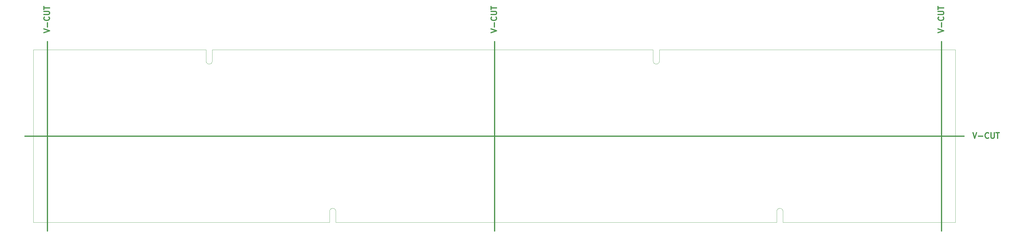
<source format=gbr>
%TF.GenerationSoftware,KiCad,Pcbnew,(7.0.0)*%
%TF.CreationDate,2023-07-13T12:21:55+02:00*%
%TF.ProjectId,Panelization,50616e65-6c69-47a6-9174-696f6e2e6b69,V1*%
%TF.SameCoordinates,PX2d4cae0PY73df160*%
%TF.FileFunction,Other,Comment*%
%FSLAX46Y46*%
G04 Gerber Fmt 4.6, Leading zero omitted, Abs format (unit mm)*
G04 Created by KiCad (PCBNEW (7.0.0)) date 2023-07-13 12:21:55*
%MOMM*%
%LPD*%
G01*
G04 APERTURE LIST*
%ADD10C,0.400000*%
%TA.AperFunction,Profile*%
%ADD11C,0.100000*%
%TD*%
G04 APERTURE END LIST*
D10*
X322500000Y5500000D02*
X322500000Y-62500000D01*
X162500000Y5500000D02*
X162500000Y-62500000D01*
X-5500000Y-28500000D02*
X330500000Y-28500000D01*
X2500000Y5500000D02*
X2500000Y-62500000D01*
X161234761Y8690477D02*
X163234761Y9357143D01*
X163234761Y9357143D02*
X161234761Y10023810D01*
X162472857Y10690477D02*
X162472857Y12214286D01*
X163044285Y14309524D02*
X163139523Y14214286D01*
X163139523Y14214286D02*
X163234761Y13928572D01*
X163234761Y13928572D02*
X163234761Y13738096D01*
X163234761Y13738096D02*
X163139523Y13452381D01*
X163139523Y13452381D02*
X162949047Y13261905D01*
X162949047Y13261905D02*
X162758571Y13166667D01*
X162758571Y13166667D02*
X162377619Y13071429D01*
X162377619Y13071429D02*
X162091904Y13071429D01*
X162091904Y13071429D02*
X161710952Y13166667D01*
X161710952Y13166667D02*
X161520476Y13261905D01*
X161520476Y13261905D02*
X161330000Y13452381D01*
X161330000Y13452381D02*
X161234761Y13738096D01*
X161234761Y13738096D02*
X161234761Y13928572D01*
X161234761Y13928572D02*
X161330000Y14214286D01*
X161330000Y14214286D02*
X161425238Y14309524D01*
X161234761Y15166667D02*
X162853809Y15166667D01*
X162853809Y15166667D02*
X163044285Y15261905D01*
X163044285Y15261905D02*
X163139523Y15357143D01*
X163139523Y15357143D02*
X163234761Y15547619D01*
X163234761Y15547619D02*
X163234761Y15928572D01*
X163234761Y15928572D02*
X163139523Y16119048D01*
X163139523Y16119048D02*
X163044285Y16214286D01*
X163044285Y16214286D02*
X162853809Y16309524D01*
X162853809Y16309524D02*
X161234761Y16309524D01*
X161234761Y16976191D02*
X161234761Y18119048D01*
X163234761Y17547619D02*
X161234761Y17547619D01*
X333690476Y-27234761D02*
X334357142Y-29234761D01*
X334357142Y-29234761D02*
X335023809Y-27234761D01*
X335690476Y-28472857D02*
X337214286Y-28472857D01*
X339309523Y-29044285D02*
X339214285Y-29139523D01*
X339214285Y-29139523D02*
X338928571Y-29234761D01*
X338928571Y-29234761D02*
X338738095Y-29234761D01*
X338738095Y-29234761D02*
X338452380Y-29139523D01*
X338452380Y-29139523D02*
X338261904Y-28949047D01*
X338261904Y-28949047D02*
X338166666Y-28758571D01*
X338166666Y-28758571D02*
X338071428Y-28377619D01*
X338071428Y-28377619D02*
X338071428Y-28091904D01*
X338071428Y-28091904D02*
X338166666Y-27710952D01*
X338166666Y-27710952D02*
X338261904Y-27520476D01*
X338261904Y-27520476D02*
X338452380Y-27330000D01*
X338452380Y-27330000D02*
X338738095Y-27234761D01*
X338738095Y-27234761D02*
X338928571Y-27234761D01*
X338928571Y-27234761D02*
X339214285Y-27330000D01*
X339214285Y-27330000D02*
X339309523Y-27425238D01*
X340166666Y-27234761D02*
X340166666Y-28853809D01*
X340166666Y-28853809D02*
X340261904Y-29044285D01*
X340261904Y-29044285D02*
X340357142Y-29139523D01*
X340357142Y-29139523D02*
X340547618Y-29234761D01*
X340547618Y-29234761D02*
X340928571Y-29234761D01*
X340928571Y-29234761D02*
X341119047Y-29139523D01*
X341119047Y-29139523D02*
X341214285Y-29044285D01*
X341214285Y-29044285D02*
X341309523Y-28853809D01*
X341309523Y-28853809D02*
X341309523Y-27234761D01*
X341976190Y-27234761D02*
X343119047Y-27234761D01*
X342547618Y-29234761D02*
X342547618Y-27234761D01*
X321234761Y8690477D02*
X323234761Y9357143D01*
X323234761Y9357143D02*
X321234761Y10023810D01*
X322472857Y10690477D02*
X322472857Y12214286D01*
X323044285Y14309524D02*
X323139523Y14214286D01*
X323139523Y14214286D02*
X323234761Y13928572D01*
X323234761Y13928572D02*
X323234761Y13738096D01*
X323234761Y13738096D02*
X323139523Y13452381D01*
X323139523Y13452381D02*
X322949047Y13261905D01*
X322949047Y13261905D02*
X322758571Y13166667D01*
X322758571Y13166667D02*
X322377619Y13071429D01*
X322377619Y13071429D02*
X322091904Y13071429D01*
X322091904Y13071429D02*
X321710952Y13166667D01*
X321710952Y13166667D02*
X321520476Y13261905D01*
X321520476Y13261905D02*
X321330000Y13452381D01*
X321330000Y13452381D02*
X321234761Y13738096D01*
X321234761Y13738096D02*
X321234761Y13928572D01*
X321234761Y13928572D02*
X321330000Y14214286D01*
X321330000Y14214286D02*
X321425238Y14309524D01*
X321234761Y15166667D02*
X322853809Y15166667D01*
X322853809Y15166667D02*
X323044285Y15261905D01*
X323044285Y15261905D02*
X323139523Y15357143D01*
X323139523Y15357143D02*
X323234761Y15547619D01*
X323234761Y15547619D02*
X323234761Y15928572D01*
X323234761Y15928572D02*
X323139523Y16119048D01*
X323139523Y16119048D02*
X323044285Y16214286D01*
X323044285Y16214286D02*
X322853809Y16309524D01*
X322853809Y16309524D02*
X321234761Y16309524D01*
X321234761Y16976191D02*
X321234761Y18119048D01*
X323234761Y17547619D02*
X321234761Y17547619D01*
X1234761Y8690477D02*
X3234761Y9357143D01*
X3234761Y9357143D02*
X1234761Y10023810D01*
X2472857Y10690477D02*
X2472857Y12214286D01*
X3044285Y14309524D02*
X3139523Y14214286D01*
X3139523Y14214286D02*
X3234761Y13928572D01*
X3234761Y13928572D02*
X3234761Y13738096D01*
X3234761Y13738096D02*
X3139523Y13452381D01*
X3139523Y13452381D02*
X2949047Y13261905D01*
X2949047Y13261905D02*
X2758571Y13166667D01*
X2758571Y13166667D02*
X2377619Y13071429D01*
X2377619Y13071429D02*
X2091904Y13071429D01*
X2091904Y13071429D02*
X1710952Y13166667D01*
X1710952Y13166667D02*
X1520476Y13261905D01*
X1520476Y13261905D02*
X1330000Y13452381D01*
X1330000Y13452381D02*
X1234761Y13738096D01*
X1234761Y13738096D02*
X1234761Y13928572D01*
X1234761Y13928572D02*
X1330000Y14214286D01*
X1330000Y14214286D02*
X1425238Y14309524D01*
X1234761Y15166667D02*
X2853809Y15166667D01*
X2853809Y15166667D02*
X3044285Y15261905D01*
X3044285Y15261905D02*
X3139523Y15357143D01*
X3139523Y15357143D02*
X3234761Y15547619D01*
X3234761Y15547619D02*
X3234761Y15928572D01*
X3234761Y15928572D02*
X3139523Y16119048D01*
X3139523Y16119048D02*
X3044285Y16214286D01*
X3044285Y16214286D02*
X2853809Y16309524D01*
X2853809Y16309524D02*
X1234761Y16309524D01*
X1234761Y16976191D02*
X1234761Y18119048D01*
X3234761Y17547619D02*
X1234761Y17547619D01*
D11*
X322500000Y-59500000D02*
X327500000Y-59500000D01*
X219281424Y-1556220D02*
X219280000Y-1500000D01*
X59710561Y-2377761D02*
X59666975Y-2342222D01*
X220277703Y-2604305D02*
X220221915Y-2597200D01*
X103569094Y-55114490D02*
X103589956Y-55062264D01*
X104121162Y-54503436D02*
X104172264Y-54479956D01*
X104497703Y-54395694D02*
X104553779Y-54391424D01*
X61449095Y-1832293D02*
X61430905Y-1885509D01*
X219851314Y-2470525D02*
X219802849Y-2441995D01*
X265047735Y-54479956D02*
X265098837Y-54503436D01*
X265148685Y-54529474D02*
X265197150Y-54558004D01*
X103930561Y-54622238D02*
X103975891Y-54588951D01*
X220775509Y-2540905D02*
X220722293Y-2559095D01*
X221301048Y-2134108D02*
X221267761Y-2179438D01*
X104778084Y-54402799D02*
X104833441Y-54412721D01*
X221194520Y-2264753D02*
X221154753Y-2304520D01*
X103535433Y-55221775D02*
X103550904Y-55167706D01*
X265452222Y-54776975D02*
X265487761Y-54820561D01*
X104888224Y-54425433D02*
X104942293Y-54440904D01*
X219419474Y-2038685D02*
X219393436Y-1988837D01*
X221360525Y-2038685D02*
X221331995Y-2087150D01*
X221477278Y-1723441D02*
X221464566Y-1778224D01*
X103805479Y-54735246D02*
X103845246Y-54695479D01*
X60221915Y-2597200D02*
X60166558Y-2587278D01*
X60111775Y-2574566D02*
X60057706Y-2559095D01*
X61194520Y-2264753D02*
X61154753Y-2304520D01*
X103589956Y-55062264D02*
X103613436Y-55011162D01*
X265720000Y-59500000D02*
X268500000Y-59500000D01*
X221232222Y-2223024D02*
X221194520Y-2264753D01*
X265630043Y-55062264D02*
X265650905Y-55114490D01*
X220722293Y-2559095D02*
X220668224Y-2574566D01*
X265289438Y-54622238D02*
X265333024Y-54657777D01*
X322500000Y2500000D02*
X221500000Y2500000D01*
X103512799Y-55331915D02*
X103522721Y-55276558D01*
X61267761Y-2179438D02*
X61232222Y-2223024D01*
X264553779Y-54391424D02*
X264610000Y-54390000D01*
X59448004Y-2087150D02*
X59419474Y-2038685D01*
X264942293Y-54440904D02*
X264995509Y-54459094D01*
X220111775Y-2574566D02*
X220057706Y-2559095D01*
X105714305Y-55387703D02*
X105718575Y-55443779D01*
X264995509Y-54459094D02*
X265047735Y-54479956D01*
X263975891Y-54588951D02*
X264022849Y-54558004D01*
X61301048Y-2134108D02*
X61267761Y-2179438D01*
X219585479Y-2264753D02*
X219547777Y-2223024D01*
X60446220Y-2608575D02*
X60390000Y-2609999D01*
X105719999Y-55500000D02*
X105720000Y-59500000D01*
X265098837Y-54503436D02*
X265148685Y-54529474D01*
X263886975Y-54657777D02*
X263930561Y-54622238D01*
X108500000Y-59500000D02*
X162500000Y-59500000D01*
X103500000Y-55500000D02*
X103501424Y-55443779D01*
X221430905Y-1885509D02*
X221410043Y-1937735D01*
X219666975Y-2342222D02*
X219625246Y-2304520D01*
X103975891Y-54588951D02*
X104022849Y-54558004D01*
X61232222Y-2223024D02*
X61194520Y-2264753D01*
X265374753Y-54695479D02*
X265414520Y-54735246D01*
X219315433Y-1778224D02*
X219302721Y-1723441D01*
X103668004Y-54912849D02*
X103698951Y-54865891D01*
X219349094Y-1885509D02*
X219330904Y-1832293D01*
X265606563Y-55011162D02*
X265630043Y-55062264D01*
X221487200Y-1668084D02*
X221477278Y-1723441D01*
X219802849Y-2441995D02*
X219755891Y-2411048D01*
X219710561Y-2377761D02*
X219666975Y-2342222D01*
X60502296Y-2604305D02*
X60446220Y-2608575D01*
X264224490Y-54459094D02*
X264277706Y-54440904D01*
X59292799Y-1668084D02*
X59285694Y-1612296D01*
X263501424Y-55443779D02*
X263505694Y-55387703D01*
X221500000Y2500000D02*
X221500000Y-1500000D01*
X219478951Y-2134108D02*
X219448004Y-2087150D01*
X105289438Y-54622238D02*
X105333024Y-54657777D01*
X105580525Y-54961314D02*
X105606563Y-55011162D01*
X105669095Y-55167706D02*
X105684566Y-55221775D01*
X219901162Y-2496563D02*
X219851314Y-2470525D01*
X105521048Y-54865891D02*
X105551995Y-54912849D01*
X61024108Y-2411048D02*
X60977150Y-2441995D01*
X105414520Y-54735246D02*
X105452222Y-54776975D01*
X264277706Y-54440904D02*
X264331775Y-54425433D01*
X219755891Y-2411048D02*
X219710561Y-2377761D01*
X61069438Y-2377761D02*
X61024108Y-2411048D01*
X265719999Y-55500000D02*
X265720000Y-59500000D01*
X60004490Y-2540905D02*
X59952264Y-2520043D01*
X104833441Y-54412721D02*
X104888224Y-54425433D01*
X104277706Y-54440904D02*
X104331775Y-54425433D01*
X104995509Y-54459094D02*
X105047735Y-54479956D01*
X61494305Y-1612296D02*
X61487200Y-1668084D01*
X220668224Y-2574566D02*
X220613441Y-2587278D01*
X264833441Y-54412721D02*
X264888224Y-54425433D01*
X103550904Y-55167706D02*
X103569094Y-55114490D01*
X268500000Y-59500000D02*
X322500000Y-59500000D01*
X104022849Y-54558004D02*
X104071314Y-54529474D01*
X264331775Y-54425433D02*
X264386558Y-54412721D01*
X327500000Y2500000D02*
X322500000Y2500000D01*
X61386563Y-1988837D02*
X61360525Y-2038685D01*
X60558084Y-2597200D02*
X60502296Y-2604305D01*
X103767777Y-54776975D02*
X103805479Y-54735246D01*
X2500000Y2500000D02*
X-2500000Y2500000D01*
X220057706Y-2559095D02*
X220004490Y-2540905D01*
X103505694Y-55387703D02*
X103512799Y-55331915D01*
X61113024Y-2342222D02*
X61069438Y-2377761D01*
X219292799Y-1668084D02*
X219285694Y-1612296D01*
X60057706Y-2559095D02*
X60004490Y-2540905D01*
X221498575Y-1556220D02*
X221494305Y-1612296D01*
X220446220Y-2608575D02*
X220390000Y-2609999D01*
X60613441Y-2587278D02*
X60558084Y-2597200D01*
X265414520Y-54735246D02*
X265452222Y-54776975D01*
X220004490Y-2540905D02*
X219952264Y-2520043D01*
X61331995Y-2087150D02*
X61301048Y-2134108D01*
X59755891Y-2411048D02*
X59710561Y-2377761D01*
X220928685Y-2470525D02*
X220878837Y-2496563D01*
X263550904Y-55167706D02*
X263569094Y-55114490D01*
X61154753Y-2304520D02*
X61113024Y-2342222D01*
X59901162Y-2496563D02*
X59851314Y-2470525D01*
X-2500000Y2500000D02*
X-2500000Y-59500000D01*
X59512238Y-2179438D02*
X59478951Y-2134108D01*
X105197150Y-54558004D02*
X105244108Y-54588951D01*
X59281424Y-1556220D02*
X59280000Y-1500000D01*
X105697278Y-55276558D02*
X105707200Y-55331915D01*
X105707200Y-55331915D02*
X105714305Y-55387703D01*
X61477278Y-1723441D02*
X61464566Y-1778224D01*
X263767777Y-54776975D02*
X263805479Y-54735246D01*
X103698951Y-54865891D02*
X103732238Y-54820561D01*
X265650905Y-55114490D02*
X265669095Y-55167706D01*
X104386558Y-54412721D02*
X104441915Y-54402799D01*
X263500000Y-59500000D02*
X263500000Y-55500000D01*
X162500000Y-59500000D02*
X263500000Y-59500000D01*
X59393436Y-1988837D02*
X59369956Y-1937735D01*
X221410043Y-1937735D02*
X221386563Y-1988837D01*
X221069438Y-2377761D02*
X221024108Y-2411048D01*
X264386558Y-54412721D02*
X264441915Y-54402799D01*
X264888224Y-54425433D02*
X264942293Y-54440904D01*
X220977150Y-2441995D02*
X220928685Y-2470525D01*
X221267761Y-2179438D02*
X221232222Y-2223024D01*
X103845246Y-54695479D02*
X103886975Y-54657777D01*
X263698951Y-54865891D02*
X263732238Y-54820561D01*
X264172264Y-54479956D02*
X264224490Y-54459094D01*
X220333779Y-2608575D02*
X220277703Y-2604305D01*
X59302721Y-1723441D02*
X59292799Y-1668084D01*
X61410043Y-1937735D02*
X61386563Y-1988837D01*
X265714305Y-55387703D02*
X265718575Y-55443779D01*
X103639474Y-54961314D02*
X103668004Y-54912849D01*
X60928685Y-2470525D02*
X60878837Y-2496563D01*
X327500000Y-59500000D02*
X327500000Y2500000D01*
X220221915Y-2597200D02*
X220166558Y-2587278D01*
X105333024Y-54657777D02*
X105374753Y-54695479D01*
X220390000Y-2609999D02*
X220333779Y-2608575D01*
X265551995Y-54912849D02*
X265580525Y-54961314D01*
X264666220Y-54391424D02*
X264722296Y-54395694D01*
X60878837Y-2496563D02*
X60827735Y-2520043D01*
X60333779Y-2608575D02*
X60277703Y-2604305D01*
X105452222Y-54776975D02*
X105487761Y-54820561D01*
X61464566Y-1778224D02*
X61449095Y-1832293D01*
X265197150Y-54558004D02*
X265244108Y-54588951D01*
X219285694Y-1612296D02*
X219281424Y-1556220D01*
X59585479Y-2264753D02*
X59547777Y-2223024D01*
X59478951Y-2134108D02*
X59448004Y-2087150D01*
X263668004Y-54912849D02*
X263698951Y-54865891D01*
X104553779Y-54391424D02*
X104610000Y-54390000D01*
X263522721Y-55276558D02*
X263535433Y-55221775D01*
X263500000Y-55500000D02*
X263501424Y-55443779D01*
X59285694Y-1612296D02*
X59281424Y-1556220D01*
X219547777Y-2223024D02*
X219512238Y-2179438D01*
X263639474Y-54961314D02*
X263668004Y-54912849D01*
X263845246Y-54695479D02*
X263886975Y-54657777D01*
X60166558Y-2587278D02*
X60111775Y-2574566D01*
X-2500000Y-59500000D02*
X-2500000Y-59500000D01*
X264610000Y-54390000D02*
X264666220Y-54391424D01*
X105487761Y-54820561D02*
X105521048Y-54865891D01*
X219302721Y-1723441D02*
X219292799Y-1668084D01*
X265697278Y-55276558D02*
X265707200Y-55331915D01*
X216500000Y2500000D02*
X162500000Y2500000D01*
X59315433Y-1778224D02*
X59302721Y-1723441D01*
X221113024Y-2342222D02*
X221069438Y-2377761D01*
X105244108Y-54588951D02*
X105289438Y-54622238D01*
X59802849Y-2441995D02*
X59755891Y-2411048D01*
X103886975Y-54657777D02*
X103930561Y-54622238D01*
X105098837Y-54503436D02*
X105148685Y-54529474D01*
X-2500000Y-59500000D02*
X2500000Y-59500000D01*
X220613441Y-2587278D02*
X220558084Y-2597200D01*
X104441915Y-54402799D02*
X104497703Y-54395694D01*
X104666220Y-54391424D02*
X104722296Y-54395694D01*
X265707200Y-55331915D02*
X265714305Y-55387703D01*
X219625246Y-2304520D02*
X219585479Y-2264753D01*
X264121162Y-54503436D02*
X264172264Y-54479956D01*
X103500000Y-59500000D02*
X103500000Y-55500000D01*
X104942293Y-54440904D02*
X104995509Y-54459094D01*
X263569094Y-55114490D02*
X263589956Y-55062264D01*
X60722293Y-2559095D02*
X60668224Y-2574566D01*
X60977150Y-2441995D02*
X60928685Y-2470525D01*
X220502296Y-2604305D02*
X220446220Y-2608575D01*
X265521048Y-54865891D02*
X265551995Y-54912849D01*
X104610000Y-54390000D02*
X104666220Y-54391424D01*
X105148685Y-54529474D02*
X105197150Y-54558004D01*
X220878837Y-2496563D02*
X220827735Y-2520043D01*
X265669095Y-55167706D02*
X265684566Y-55221775D01*
X59419474Y-2038685D02*
X59393436Y-1988837D01*
X60277703Y-2604305D02*
X60221915Y-2597200D01*
X103501424Y-55443779D02*
X103505694Y-55387703D01*
X59625246Y-2304520D02*
X59585479Y-2264753D01*
X219369956Y-1937735D02*
X219349094Y-1885509D01*
X219280000Y2500000D02*
X216500000Y2500000D01*
X103732238Y-54820561D02*
X103767777Y-54776975D01*
X263613436Y-55011162D02*
X263639474Y-54961314D01*
X61430905Y-1885509D02*
X61410043Y-1937735D01*
X219512238Y-2179438D02*
X219478951Y-2134108D01*
X105650905Y-55114490D02*
X105669095Y-55167706D01*
X105684566Y-55221775D02*
X105697278Y-55276558D01*
X220827735Y-2520043D02*
X220775509Y-2540905D01*
X59280000Y-1500000D02*
X59280000Y2500000D01*
X104172264Y-54479956D02*
X104224490Y-54459094D01*
X60827735Y-2520043D02*
X60775509Y-2540905D01*
X221024108Y-2411048D02*
X220977150Y-2441995D01*
X59952264Y-2520043D02*
X59901162Y-2496563D01*
X221449095Y-1832293D02*
X221430905Y-1885509D01*
X56500000Y2500000D02*
X2500000Y2500000D01*
X265333024Y-54657777D02*
X265374753Y-54695479D01*
X105606563Y-55011162D02*
X105630043Y-55062264D01*
X61500000Y2500000D02*
X61500000Y-1500000D01*
X220166558Y-2587278D02*
X220111775Y-2574566D01*
X219280000Y-1500000D02*
X219280000Y2500000D01*
X61500000Y-1500000D02*
X61498575Y-1556220D01*
X263505694Y-55387703D02*
X263512799Y-55331915D01*
X264071314Y-54529474D02*
X264121162Y-54503436D01*
X105630043Y-55062264D02*
X105650905Y-55114490D01*
X59666975Y-2342222D02*
X59625246Y-2304520D01*
X59547777Y-2223024D02*
X59512238Y-2179438D01*
X219393436Y-1988837D02*
X219369956Y-1937735D01*
X265684566Y-55221775D02*
X265697278Y-55276558D01*
X104331775Y-54425433D02*
X104386558Y-54412721D01*
X221154753Y-2304520D02*
X221113024Y-2342222D01*
X264022849Y-54558004D02*
X264071314Y-54529474D01*
X221386563Y-1988837D02*
X221360525Y-2038685D01*
X265580525Y-54961314D02*
X265606563Y-55011162D01*
X221500000Y-1500000D02*
X221498575Y-1556220D01*
X263732238Y-54820561D02*
X263767777Y-54776975D01*
X220558084Y-2597200D02*
X220502296Y-2604305D01*
X59280000Y2500000D02*
X56500000Y2500000D01*
X104224490Y-54459094D02*
X104277706Y-54440904D01*
X263589956Y-55062264D02*
X263613436Y-55011162D01*
X104071314Y-54529474D02*
X104121162Y-54503436D01*
X59330904Y-1832293D02*
X59315433Y-1778224D01*
X60668224Y-2574566D02*
X60613441Y-2587278D01*
X263535433Y-55221775D02*
X263550904Y-55167706D01*
X265244108Y-54588951D02*
X265289438Y-54622238D01*
X59349094Y-1885509D02*
X59330904Y-1832293D01*
X219330904Y-1832293D02*
X219315433Y-1778224D01*
X221494305Y-1612296D02*
X221487200Y-1668084D01*
X264497703Y-54395694D02*
X264553779Y-54391424D01*
X263512799Y-55331915D02*
X263522721Y-55276558D01*
X2500000Y-59500000D02*
X103500000Y-59500000D01*
X105718575Y-55443779D02*
X105719999Y-55500000D01*
X105374753Y-54695479D02*
X105414520Y-54735246D01*
X264441915Y-54402799D02*
X264497703Y-54395694D01*
X103613436Y-55011162D02*
X103639474Y-54961314D01*
X104722296Y-54395694D02*
X104778084Y-54402799D01*
X263930561Y-54622238D02*
X263975891Y-54588951D01*
X105551995Y-54912849D02*
X105580525Y-54961314D01*
X264722296Y-54395694D02*
X264778084Y-54402799D01*
X61498575Y-1556220D02*
X61494305Y-1612296D01*
X60390000Y-2609999D02*
X60333779Y-2608575D01*
X264778084Y-54402799D02*
X264833441Y-54412721D01*
X162500000Y2500000D02*
X61500000Y2500000D01*
X221464566Y-1778224D02*
X221449095Y-1832293D01*
X105047735Y-54479956D02*
X105098837Y-54503436D01*
X59369956Y-1937735D02*
X59349094Y-1885509D01*
X61360525Y-2038685D02*
X61331995Y-2087150D01*
X265487761Y-54820561D02*
X265521048Y-54865891D01*
X263805479Y-54735246D02*
X263845246Y-54695479D01*
X59851314Y-2470525D02*
X59802849Y-2441995D01*
X265718575Y-55443779D02*
X265719999Y-55500000D01*
X219952264Y-2520043D02*
X219901162Y-2496563D01*
X103522721Y-55276558D02*
X103535433Y-55221775D01*
X221331995Y-2087150D02*
X221301048Y-2134108D01*
X60775509Y-2540905D02*
X60722293Y-2559095D01*
X61487200Y-1668084D02*
X61477278Y-1723441D01*
X219448004Y-2087150D02*
X219419474Y-2038685D01*
X105720000Y-59500000D02*
X108500000Y-59500000D01*
M02*

</source>
